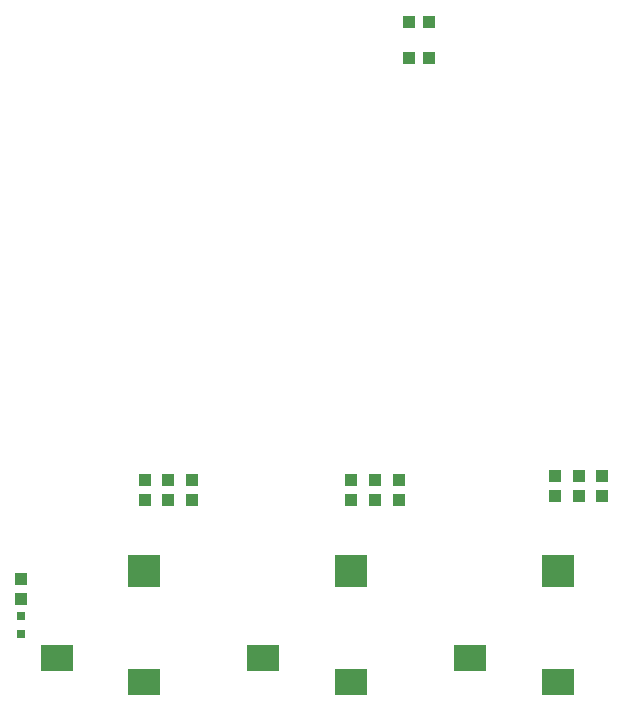
<source format=gbr>
G04 EAGLE Gerber RS-274X export*
G75*
%MOMM*%
%FSLAX34Y34*%
%LPD*%
%INSolderpaste Top*%
%IPPOS*%
%AMOC8*
5,1,8,0,0,1.08239X$1,22.5*%
G01*
%ADD10R,1.000000X1.100000*%
%ADD11R,2.800000X2.200000*%
%ADD12R,2.800000X2.800000*%
%ADD13R,1.100000X1.000000*%
%ADD14R,0.800000X0.800000*%


D10*
X560000Y198500D03*
X560000Y181500D03*
X600000Y198500D03*
X600000Y181500D03*
X580000Y198500D03*
X580000Y181500D03*
D11*
X488000Y44000D03*
X562000Y24000D03*
D12*
X562000Y118000D03*
D13*
X436500Y582500D03*
X453500Y582500D03*
X436500Y552500D03*
X453500Y552500D03*
D10*
X107500Y94000D03*
X107500Y111000D03*
D14*
X107500Y65000D03*
X107500Y80000D03*
D10*
X387500Y195000D03*
X387500Y178000D03*
X427500Y195000D03*
X427500Y178000D03*
X407500Y195000D03*
X407500Y178000D03*
D11*
X313000Y44000D03*
X387000Y24000D03*
D12*
X387000Y118000D03*
D10*
X212500Y195000D03*
X212500Y178000D03*
X252500Y195000D03*
X252500Y178000D03*
X232500Y195000D03*
X232500Y178000D03*
D11*
X138000Y44000D03*
X212000Y24000D03*
D12*
X212000Y118000D03*
M02*

</source>
